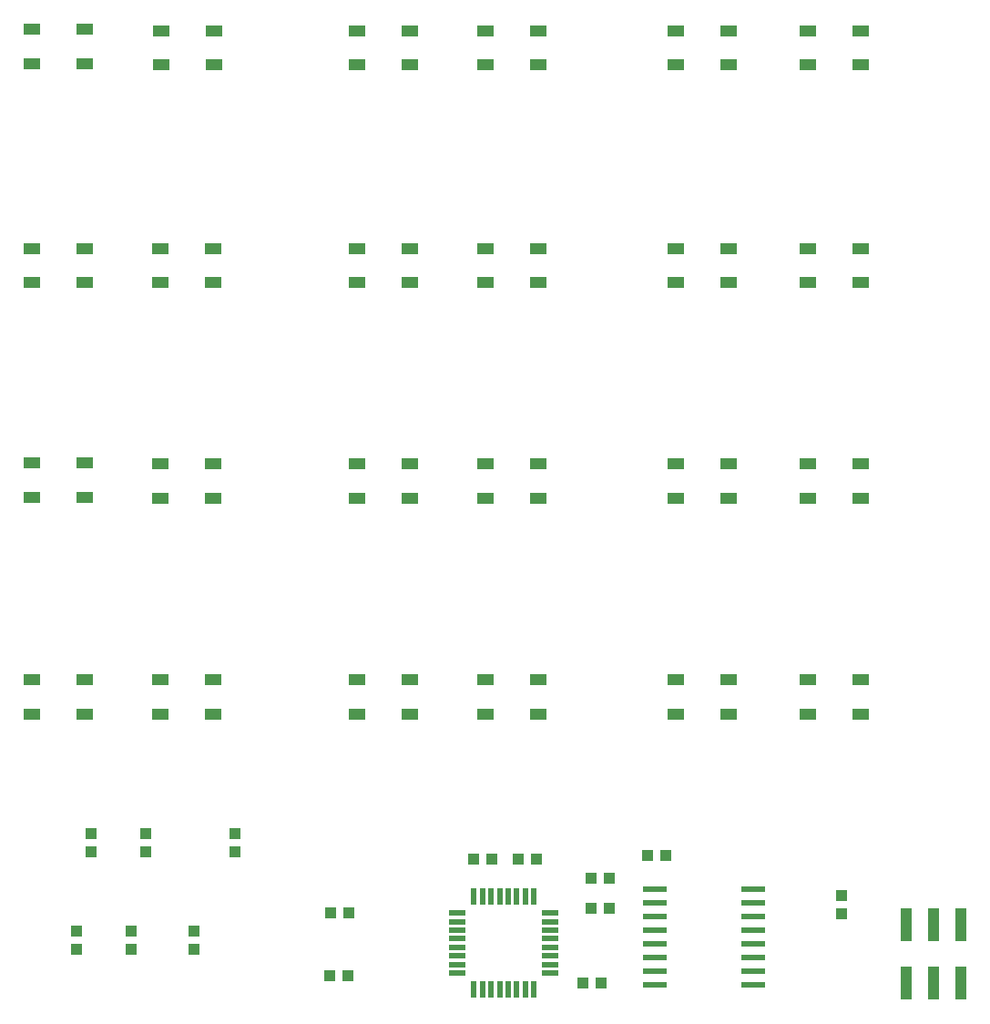
<source format=gtp>
G75*
%MOIN*%
%OFA0B0*%
%FSLAX25Y25*%
%IPPOS*%
%LPD*%
%AMOC8*
5,1,8,0,0,1.08239X$1,22.5*
%
%ADD10R,0.05906X0.03937*%
%ADD11R,0.03937X0.12205*%
%ADD12R,0.05906X0.02165*%
%ADD13R,0.02165X0.05906*%
%ADD14R,0.04331X0.03937*%
%ADD15R,0.03937X0.04331*%
%ADD16R,0.08661X0.02362*%
D10*
X0108989Y0112991D03*
X0108989Y0125590D03*
X0128280Y0125590D03*
X0128280Y0112991D03*
X0156233Y0112991D03*
X0156233Y0125590D03*
X0175524Y0125590D03*
X0175524Y0112991D03*
X0228044Y0112991D03*
X0228044Y0125590D03*
X0247335Y0125590D03*
X0247335Y0112991D03*
X0275170Y0112991D03*
X0275170Y0125590D03*
X0294461Y0125590D03*
X0294461Y0112991D03*
X0344855Y0112991D03*
X0344855Y0125590D03*
X0364146Y0125590D03*
X0364146Y0112991D03*
X0393044Y0112991D03*
X0393044Y0125590D03*
X0412335Y0125590D03*
X0412335Y0112991D03*
X0412335Y0191928D03*
X0412335Y0204527D03*
X0393044Y0204527D03*
X0393044Y0191928D03*
X0364146Y0191928D03*
X0364146Y0204527D03*
X0344855Y0204527D03*
X0344855Y0191928D03*
X0294461Y0191928D03*
X0294461Y0204527D03*
X0275170Y0204527D03*
X0275170Y0191928D03*
X0247335Y0191928D03*
X0247335Y0204527D03*
X0228044Y0204527D03*
X0228044Y0191928D03*
X0175524Y0191928D03*
X0175524Y0204527D03*
X0156233Y0204527D03*
X0156233Y0191928D03*
X0128280Y0192322D03*
X0128280Y0204921D03*
X0108989Y0204921D03*
X0108989Y0192322D03*
X0108989Y0270708D03*
X0108989Y0283306D03*
X0128280Y0283306D03*
X0128280Y0270708D03*
X0156233Y0270708D03*
X0156233Y0283306D03*
X0175524Y0283306D03*
X0175524Y0270708D03*
X0228044Y0270708D03*
X0228044Y0283306D03*
X0247335Y0283306D03*
X0247335Y0270708D03*
X0275170Y0270708D03*
X0275170Y0283306D03*
X0294461Y0283306D03*
X0294461Y0270708D03*
X0344855Y0270708D03*
X0344855Y0283306D03*
X0364146Y0283306D03*
X0364146Y0270708D03*
X0393044Y0270708D03*
X0393044Y0283306D03*
X0412335Y0283306D03*
X0412335Y0270708D03*
X0412335Y0350393D03*
X0412335Y0362991D03*
X0393044Y0362991D03*
X0393044Y0350393D03*
X0364146Y0350393D03*
X0364146Y0362991D03*
X0344855Y0362991D03*
X0344855Y0350393D03*
X0294461Y0350393D03*
X0294461Y0362991D03*
X0275170Y0362991D03*
X0275170Y0350393D03*
X0247335Y0350393D03*
X0247335Y0362991D03*
X0228044Y0362991D03*
X0228044Y0350393D03*
X0175642Y0350393D03*
X0175642Y0362991D03*
X0156351Y0362991D03*
X0156351Y0350393D03*
X0128280Y0350787D03*
X0128280Y0363385D03*
X0108989Y0363385D03*
X0108989Y0350787D03*
D11*
X0429107Y0035826D03*
X0439107Y0035826D03*
X0449107Y0035826D03*
X0449107Y0014566D03*
X0439107Y0014566D03*
X0429107Y0014566D03*
D12*
X0298753Y0018110D03*
X0298753Y0021259D03*
X0298753Y0024409D03*
X0298753Y0027558D03*
X0298753Y0030708D03*
X0298753Y0033858D03*
X0298753Y0037007D03*
X0298753Y0040157D03*
X0264894Y0040157D03*
X0264894Y0037007D03*
X0264894Y0033858D03*
X0264894Y0030708D03*
X0264894Y0027558D03*
X0264894Y0024409D03*
X0264894Y0021259D03*
X0264894Y0018110D03*
D13*
X0270800Y0012204D03*
X0273949Y0012204D03*
X0277099Y0012204D03*
X0280249Y0012204D03*
X0283398Y0012204D03*
X0286548Y0012204D03*
X0289698Y0012204D03*
X0292847Y0012204D03*
X0292847Y0046062D03*
X0289698Y0046062D03*
X0286548Y0046062D03*
X0283398Y0046062D03*
X0280249Y0046062D03*
X0277099Y0046062D03*
X0273949Y0046062D03*
X0270800Y0046062D03*
D14*
X0125485Y0026968D03*
X0125485Y0033661D03*
X0145485Y0033661D03*
X0145485Y0026968D03*
X0168398Y0026968D03*
X0168398Y0033661D03*
X0183280Y0062401D03*
X0183280Y0069094D03*
X0150603Y0069094D03*
X0150603Y0062401D03*
X0130603Y0062401D03*
X0130603Y0069094D03*
X0218241Y0040354D03*
X0224934Y0040354D03*
X0224863Y0017173D03*
X0218170Y0017173D03*
X0405509Y0039984D03*
X0405509Y0046677D03*
D15*
X0341138Y0061362D03*
X0334446Y0061362D03*
X0320272Y0052858D03*
X0313579Y0052858D03*
X0313579Y0041991D03*
X0320272Y0041991D03*
X0293871Y0059881D03*
X0287178Y0059881D03*
X0277375Y0059881D03*
X0270682Y0059881D03*
X0310593Y0014645D03*
X0317286Y0014645D03*
D16*
X0337005Y0013822D03*
X0337005Y0018822D03*
X0337005Y0023822D03*
X0337005Y0028822D03*
X0337005Y0033822D03*
X0337005Y0038822D03*
X0337005Y0043822D03*
X0337005Y0048822D03*
X0373225Y0048822D03*
X0373225Y0043822D03*
X0373225Y0038822D03*
X0373225Y0033822D03*
X0373225Y0028822D03*
X0373225Y0023822D03*
X0373225Y0018822D03*
X0373225Y0013822D03*
M02*

</source>
